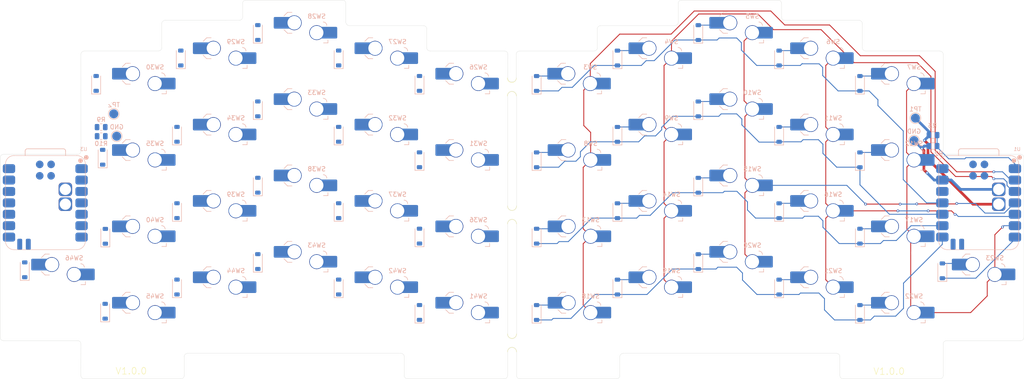
<source format=kicad_pcb>
(kicad_pcb (version 20241229) (generator "pcbnew") (generator_version "9.0")
  (layers (0 "F.Cu" signal) (2 "B.Cu" signal) (13 "F.Paste" user) (15 "B.Paste" user) (5 "F.SilkS" user "F.Silkscreen") (7 "B.SilkS" user "B.Silkscreen") (1 "F.Mask" user) (3 "B.Mask" user) (25 "Edge.Cuts" user))
  (net 0 "")
  (net 1 "GND")
  (net 2 "/right/ROW0")
  (net 3 "Net-(D44-A)")
  (net 4 "Net-(D45-A)")
  (net 5 "Net-(D46-A)")
  (net 6 "Net-(D47-A)")
  (net 7 "Net-(D48-A)")
  (net 8 "/right/ROW1")
  (net 9 "Net-(D49-A)")
  (net 10 "Net-(D50-A)")
  (net 11 "Net-(D51-A)")
  (net 12 "Net-(D52-A)")
  (net 13 "Net-(D53-A)")
  (net 14 "/right/ROW2")
  (net 15 "Net-(D54-A)")
  (net 16 "Net-(D55-A)")
  (net 17 "Net-(D56-A)")
  (net 18 "Net-(D57-A)")
  (net 19 "Net-(D58-A)")
  (net 20 "Net-(D59-A)")
  (net 21 "/right/ROW3")
  (net 22 "Net-(D60-A)")
  (net 23 "Net-(D61-A)")
  (net 24 "Net-(D62-A)")
  (net 25 "Net-(D63-A)")
  (net 26 "Net-(D64-A)")
  (net 27 "/right/ROW4")
  (net 28 "/right/BT_PIN")
  (net 29 "/right/COL0")
  (net 30 "/right/COL1")
  (net 31 "/right/COL2")
  (net 32 "/right/COL3")
  (net 33 "/right/COL4")
  (net 34 "/right/VBAT")
  (net 35 "/left/VBAT")
  (net 36 "/left/ROW0")
  (net 37 "Net-(D2-A)")
  (net 38 "Net-(D3-A)")
  (net 39 "Net-(D4-A)")
  (net 40 "Net-(D5-A)")
  (net 41 "Net-(D6-A)")
  (net 42 "Net-(D7-A)")
  (net 43 "/left/ROW1")
  (net 44 "Net-(D8-A)")
  (net 45 "Net-(D9-A)")
  (net 46 "Net-(D10-A)")
  (net 47 "Net-(D11-A)")
  (net 48 "/left/ROW2")
  (net 49 "Net-(D12-A)")
  (net 50 "Net-(D13-A)")
  (net 51 "Net-(D14-A)")
  (net 52 "Net-(D15-A)")
  (net 53 "Net-(D16-A)")
  (net 54 "/left/ROW3")
  (net 55 "Net-(D17-A)")
  (net 56 "Net-(D18-A)")
  (net 57 "Net-(D19-A)")
  (net 58 "Net-(D20-A)")
  (net 59 "Net-(D21-A)")
  (net 60 "Net-(D22-A)")
  (net 61 "/left/ROW4")
  (net 62 "/left/BT_PIN")
  (net 63 "/left/COL0")
  (net 64 "/left/COL1")
  (net 65 "/left/COL2")
  (net 66 "/left/COL3")
  (net 67 "/left/COL4")
  (footprint "panelization:mouse-bite-2mm-slot" (layer "F.Cu") (at 144.78 101.708362 90)
    (property "Reference" "BO3" (hide yes))
    (property "Value" "break off" (hide yes))
  )
  (footprint "MountingHole:MountingHole_2mm" (layer "F.Cu") (at 69.295 79.038662)
    (property "Reference" "H6" (hide yes))
    (property "Value" "MountingHole")
  )
  (footprint "MountingHole:MountingHole_2mm" (layer "F.Cu") (at 123.275 79.038662)
    (property "Reference" "H7" (hide yes))
    (property "Value" "MountingHole")
  )
  (footprint "MountingHole:MountingHole_2mm" (layer "F.Cu") (at 69.295 113.028662)
    (property "Reference" "H10" (hide yes))
    (property "Value" "MountingHole")
  )
  (footprint "MountingHole:MountingHole_2mm" (layer "F.Cu") (at 105.285 90.378662)
    (property "Reference" "H9" (hide yes))
    (property "Value" "MountingHole")
  )
  (footprint "panelization:mouse-bite-2mm-slot" (layer "F.Cu") (at 144.74 73.206662 90)
    (property "Reference" "BO1" (hide yes))
    (property "Value" "break off" (hide yes))
  )
  (footprint "panelization:mouse-bite-2mm-slot" (layer "F.Cu") (at 144.78 130.201662 90)
    (property "Reference" "BO2" (hide yes))
    (property "Value" "break off" (hide yes))
  )
  (footprint "MountingHole:MountingHole_2mm" (layer "F.Cu") (at 123.275 113.048662)
    (property "Reference" "H8" (hide yes))
    (property "Value" "MountingHole")
  )
  (footprint "PCM_marbastlib-choc:SW_choc_v1_HS_CPG135001S30_1u" (layer "B.Cu") (at 132.285 93.2053)
    (property "Reference" "SW31")
    (property "Value" "SW_Push")
  )
  (footprint "PCM_marbastlib-choc:SW_choc_v1_HS_CPG135001S30_1u" (layer "B.Cu") (at 60.285 76.2053)
    (property "Reference" "SW30")
    (property "Value" "SW_Push")
  )
  (footprint "TestPoint:TestPoint_Pad_D2.0mm" (layer "B.Cu") (at 56.1 79.2 180)
    (property "Reference" "TP2")
    (property "Value" "BAT")
  )
  (footprint "TestPoint:TestPoint_Pad_D2.0mm" (layer "B.Cu") (at 234.6 80.15 180)
    (property "Reference" "TP1")
    (property "Value" "BAT")
  )
  (footprint "Diode_SMD:D_SOD-123" (layer "B.Cu") (at 168.25 117.7666 90)
    (property "Reference" "D18" (hide yes))
    (property "Value" "1N5819")
  )
  (footprint "PCM_marbastlib-choc:SW_choc_v1_HS_CPG135001S30_1u" (layer "B.Cu") (at 60.285 110.2053)
    (property "Reference" "SW40")
    (property "Value" "SW_Push")
  )
  (footprint "PCM_marbastlib-choc:SW_choc_v1_HS_CPG135001S30_1u" (layer "B.Cu") (at 229.285 127.204976)
    (property "Reference" "SW22")
    (property "Value" "SW_Push")
  )
  (footprint "PCM_marbastlib-choc:SW_choc_v1_HS_CPG135001S30_1u" (layer "B.Cu") (at 157.208348 76.204976)
    (property "Reference" "SW3")
    (property "Value" "SW_Push")
  )
  (footprint "PCM_marbastlib-choc:SW_choc_v1_HS_CPG135001S30_1u" (layer "B.Cu") (at 60.285 127.2053)
    (property "Reference" "SW45")
    (property "Value" "SW_Push")
  )
  (footprint "Diode_SMD:D_SOD-123" (layer "B.Cu") (at 168.25 100.7666 90)
    (property "Reference" "D13" (hide yes))
    (property "Value" "1N5819")
  )
  (footprint "PCM_marbastlib-choc:SW_choc_v1_HS_CPG135001S30_1u" (layer "B.Cu") (at 114.285 70.5386)
    (property "Reference" "SW27")
    (property "Value" "SW_Push")
  )
  (footprint "Diode_SMD:D_SOD-123" (layer "B.Cu") (at 204.25 83.7666 90)
    (property "Reference" "D10" (hide yes))
    (property "Value" "1N5819")
  )
  (footprint "Diode_SMD:D_SOD-123" (layer "B.Cu") (at 71.025 66.760336 90)
    (property "Reference" "D47" (hide yes))
    (property "Value" "1N5819")
  )
  (footprint "PCM_marbastlib-choc:SW_choc_v1_HS_CPG135001S30_1u" (layer "B.Cu") (at 78.285 104.5386)
    (property "Reference" "SW39")
    (property "Value" "SW_Push")
  )
  (footprint "Resistor_SMD:R_0805_2012Metric" (layer "B.Cu") (at 53.297836 84.175)
    (property "Reference" "R10")
    (property "Value" "2M")
  )
  (footprint "MountingHole:MountingHole_2mm" (layer "B.Cu") (at 220.28 79.036662 180)
    (property "Reference" "H5" (hide yes))
    (property "Value" "MountingHole")
  )
  (footprint "PCM_marbastlib-choc:SW_choc_v1_HS_CPG135001S30_1u" (layer "B.Cu") (at 96.285 98.872)
    (property "Reference" "SW38")
    (property "Value" "SW_Push")
  )
  (footprint "Diode_SMD:D_SOD-123" (layer "B.Cu") (at 106.175 66.7536 90)
    (property "Reference" "D45" (hide yes))
    (property "Value" "1N5819")
  )
  (footprint "PCM_marbastlib-choc:SW_choc_v1_HS_CPG135001S30_1u" (layer "B.Cu") (at 229.285 110.204976)
    (property "Reference" "SW17")
    (property "Value" "SW_Push")
  )
  (footprint "PCM_marbastlib-choc:SW_choc_v1_HS_CPG135001S30_1u" (layer "B.Cu") (at 211.285 70.538376)
    (property "Reference" "SW6")
    (property "Value" "SW_Push")
  )
  (footprint "PCM_marbastlib-choc:SW_choc_v1_HS_CPG135001S30_1u" (layer "B.Cu") (at 175.285 87.538376)
    (property "Reference" "SW9")
    (property "Value" "SW_Push")
  )
  (footprint "Diode_SMD:D_SOD-123" (layer "B.Cu") (at 124.175 106.4203 90)
    (property "Reference" "D54" (hide yes))
    (property "Value" "1N5819")
  )
  (footprint "TestPoint:TestPoint_Pad_D2.0mm" (layer "B.Cu") (at 56.75 84.175)
    (property "Reference" "TP8" (hide yes))
    (property "Value" "GND")
  )
  (footprint "PCM_marbastlib-choc:SW_choc_v1_HS_CPG135001S30_1u" (layer "B.Cu") (at 193.285 81.871676)
    (property "Reference" "SW10")
    (property "Value" "SW_Push")
  )
  (footprint "PCM_marbastlib-choc:SW_choc_v1_HS_CPG135001S30_1u" (layer "B.Cu") (at 114.285 121.5386)
    (property "Reference" "SW42")
    (property "Value" "SW_Push")
  )
  (footprint "Resistor_SMD:R_0805_2012Metric" (layer "B.Cu") (at 53.2875 82.15 180)
    (property "Reference" "R9")
    (property "Value" "806k")
  )
  (footprint "Diode_SMD:D_SOD-123" (layer "B.Cu") (at 54.18 123.152 90)
    (property "Reference" "D63" (hide yes))
    (property "Value" "1N5819")
  )
  (footprint "Diode_SMD:D_SOD-123" (layer "B.Cu") (at 88.175 61.087 90)
    (property "Reference" "D46" (hide yes))
    (property "Value" "1N5819")
  )
  (footprint "PCM_marbastlib-choc:SW_choc_v1_HS_CPG135001S30_1u" (layer "B.Cu") (at 229.285 76.204976)
    (property "Reference" "SW7")
    (property "Value" "SW_Push")
  )
  (footprint "PCM_marbastlib-choc:SW_choc_v1_HS_CPG135001S30_1u" (layer "B.Cu") (at 211.285 104.538376)
    (property "Reference" "SW16")
    (property "Value" "SW_Push")
  )
  (footprint "Resistor_SMD:R_0805_2012Metric" (layer "B.Cu") (at 238.525 83.925)
    (property "Reference" "R2")
    (property "Value" "806k")
  )
  (footprint "Diode_SMD:D_SOD-123" (layer "B.Cu") (at 106.175 100.7536 90)
    (property "Reference" "D55" (hide yes))
    (property "Value" "1N5819")
  )
  (footprint "Diode_SMD:D_SOD-123" (layer "B.Cu") (at 88.175 95.087 90)
    (property "Reference" "D56" (hide yes))
    (property "Value" "1N5819")
  )
  (footprint "Diode_SMD:D_SOD-123" (layer "B.Cu") (at 186.25 61.1 90)
    (property "Reference" "D4" (hide yes))
    (property "Value" "1N5819")
  )
  (footprint "Diode_SMD:D_SOD-123" (layer "B.Cu") (at 53.625 88.860336 90)
    (property "Reference" "D53" (hide yes))
    (property "Value" "1N5819")
  )
  (footprint "PCM_marbastlib-choc:SW_choc_v1_HS_CPG135001S30_1u" (layer "B.Cu") (at 211.285 121.538376)
    (property "Reference" "SW21")
    (property "Value" "SW_Push")
  )
  (footprint "MountingHole:MountingHole_2mm" (layer "B.Cu") (at 166.325 113.086676 180)
    (property "Reference" "H4" (hide yes))
    (property "Value" "MountingHole")
  )
  (footprint "PCM_marbastlib-choc:SW_choc_v1_HS_CPG135001S30_1u" (layer "B.Cu") (at 96.285 115.872)
    (property "Reference" "SW43")
    (property "Value" "SW_Push")
  )
  (footprint "PCM_marbastlib-choc:SW_choc_v1_HS_CPG135001S30_1u" (layer "B.Cu") (at 193.285 64.871676)
    (property "Reference" "SW5")
    (property "Value" "SW_Push")
  )
  (footprint "Diode_SMD:D_SOD-123" (layer "B.Cu") (at 70.175 83.7536 90)
    (property "Reference" "D52" (hide yes))
    (property "Value" "1N5819")
  )
  (footprint "PCM_marbastlib-choc:SW_choc_v1_HS_CPG135001S30_1u" (layer "B.Cu") (at 78.285 87.5386)
    (property "Reference" "SW34")
    (property "Value" "SW_Push")
  )
  (footprint "Diode_SMD:D_SOD-123" (layer "B.Cu") (at 186.25 112.1 90)
    (property "Reference" "D19" (hide yes))
    (property "Value" "1N5819")
  )
  (footprint "Diode_SMD:D_SOD-123" (layer "B.Cu") (at 150.25 89.4333 90)
    (property "Reference" "D7" (hide yes))
    (property "Value" "1N5819")
  )
  (footprint "Diode_SMD:D_SOD-123" (layer "B.Cu") (at 150.25 123.4333 90)
    (property "Reference" "D17" (hide yes))
    (property "Value" "1N5819")
  )
  (footprint "Diode_SMD:D_SOD-123" (layer "B.Cu") (at 150.25 72.4333 90)
    (property "Reference" "D2" (hide yes))
    (property "Value" "1N5819")
  )
  (footprint "PCM_marbastlib-choc:SW_choc_v1_HS_CPG135001S30_1u" (layer "B.Cu") (at 157.285 110.204976)
    (property "Reference" "SW13")
    (property "Value" "SW_Push")
  )
  (footprint "Diode_SMD:D_SOD-123" (layer "B.Cu") (at 88.175 78.087 90)
    (property "Reference" "D51" (hide yes))
    (property "Value" "1N5819")
  )
  (footprint "Diode_SMD:D_SOD-123" (layer "B.Cu") (at 70.175 100.7536 90)
    (property "Reference" "D57" (hide yes))
    (property "Value" "1N5819")
  )
  (footprint "Diode_SMD:D_SOD-123" (layer "B.Cu") (at 222.25 106.4333 90)
    (property "Reference" "D16" (hide yes))
    (property "Value" "1N5819")
  )
  (footprint "Diode_SMD:D_SOD-123" (layer "B.Cu") (at 106.175 117.7536 90)
    (property "Reference" "D60" (hide yes))
    (property "Value" "1N5819")
  )
  (footprint "MountingHole:MountingHole_2mm" (layer "B.Cu") (at 184.29 90.366662 180)
    (property "Reference" "H2" (hide yes))
    (property "Value" "MountingHole")
  )
  (footprint "Diode_SMD:D_SOD-123" (layer "B.Cu") (at 240.6 114.15 90)
    (property "Reference" "D22" (hide yes))
    (property "Value" "1N5819")
  )
  (footprint "Diode_SMD:D_SOD-123" (layer "B.Cu") (at 124.175 123.4203 90)
    (property "Reference" "D59" (hide yes))
    (property "Value" "1N5819")
  )
  (footprint "PCM_marbastlib-choc:SW_choc_v1_HS_CPG135001S30_1u" (layer "B.Cu") (at 132.285 127.2053)
    (property "Reference" "SW41")
    (property "Value" "SW_Push")
  )
  (footprint "PCM_marbastlib-choc:SW_choc_v1_HS_CPG135001S30_1u" (layer "B.Cu") (at 157.285 127.204976)
    (property "Reference" "SW18")
    (property "Value" "SW_Push")
  )
  (footprint "PCM_marbastlib-choc:SW_choc_v1_HS_CPG135001S30_1u" (layer "B.Cu") (at 132.285 76.2053)
    (property "Reference" "SW26")
    (property "Value" "SW_Push")
  )
  (footprint "PCM_marbastlib-choc:SW_choc_v1_HS_CPG135001S30_1u" (layer "B.Cu") (at 78.285 121.5386)
    (property "Reference" "SW44")
    (property "Value" "SW_Push")
  )
  (footprint "PCM_marbastlib-choc:SW_choc_v1_HS_CPG135001S30_1u" (layer "B.Cu") (at 114.285 87.5386)
    (property "Reference" "SW32")
    (property "Value" "SW_Push")
  )
  (footprint "PCM_marbastlib-choc:SW_choc_v1_HS_CPG135001S30_1u" (layer "B.Cu") (at 96.285 81.872)
    (property "Reference" "SW33")
    (property "Value" "SW_Push")
  )
  (footprint "TestPoint:TestPoint_Pad_D2.0mm" (layer "B.Cu") (at 234.3 85.15)
    (property "Reference" "TP4" (hide yes))
    (property "Value" "GND")
  )
  (footprint "Diode_SMD:D_SOD-123" (layer "B.Cu") (at 88.175 112.087 90)
    (property "Reference" "D61" (hide yes))
    (property "Value" "1N5819")
  )
  (footprint "PCM_marbastlib-choc:SW_choc_v1_HS_CPG135001S30_1u" (layer "B.Cu") (at 175.285 70.538376)
    (property "Reference" "SW4")
    (property "Value" "SW_Push")
  )
  (footprint "Diode_SMD:D_SOD-123" (layer "B.Cu") (at 106.175 83.7536 90)
    (property "Reference" "D50" (hide yes))
    (property "Value" "1N5819")
  )
  (footprint "Diode_SMD:D_SOD-123" (layer "B.Cu") (at 168.25 83.7666 90)
    (property "Reference" "D8" (hide yes))
    (property "Value" "1N5819")
  )
  (footprint "PCM_marbastlib-choc:SW_choc_v1_HS_CPG135001S30_1u" (layer "B.Cu") (at 114.285 104.5386)
    (property "Reference" "SW37")
    (property "Value" "SW_Push")
  )
  (footprint "Diode_SMD:D_SOD-123" (layer "B.Cu") (at 204.25 66.7666 90)
    (property "Reference" "D5" (hide yes))
    (property "Value" "1N5819")
  )
  (footprint "Diode_SMD:D_SOD-123" (layer "B.Cu") (at 186.25 78.1 90)
    (property "Reference" "D9" (hide yes))
    (property "Value" "1N5819")
  )
  (footprint "PCM_marbastlib-choc:SW_choc_v1_HS_CPG135001S30_1u" (layer "B.Cu") (at 247.285 118.698363)
    (property "Reference" "SW23")
    (property "Value" "SW_Push")
  )
  (footprint "Diode_SMD:D_SOD-123" (layer "B.Cu") (at 70.175 117.7536 90)
    (property "Reference" "D62" (hide yes))
    (property "Value" "1N5819")
  )
  (footprint "PCM_marbastlib-choc:SW_choc_v1_HS_CPG135001S30_1u" (layer "B.Cu") (at 157.285 93.204976)
    (property "Reference" "SW8")
    (property "Value" "SW_Push")
  )
  (footprint "Diode_SMD:D_SOD-123" (layer "B.Cu") (at 168.25 66.7666 90)
    (property "Reference" "D3" (hide yes))
    (property "Value" "1N5819")
  )
  (footprint "Diode_SMD:D_SOD-123" (layer "B.Cu") (at 222.25 72.4333 90)
    (property "Reference" "D6" (hide yes))
    (property "Value" "1N5819")
  )
  (footprint "PCM_marbastlib-choc:SW_choc_v1_HS_CPG135001S30_1u" (layer "B.Cu") (at 132.285 110.2053)
    (property "Reference" "SW36")
    (property "Value" "SW_Push")
  )
  (footprint "Resistor_SMD:R_0805_2012Metric" (layer "B.Cu") (at 238.525 86.365 180)
    (property "Reference" "R3")
    (property "Value" "2M")
  )
  (footprint "PCM_marbastlib-choc:SW_choc_v1_HS_CPG135001S30_1u" (layer "B.Cu") (at 193.285 115.871676)
    (property "Reference" "SW20")
    (property "Value" "SW_Push")
  )
  (footprint "PCM_marbastlib-choc:SW_choc_v1_HS_CPG135001S30_1u" (layer "B.Cu") (at 229.285 93.204976)
    (property "Reference" "SW12")
    (property "Value" "SW_Push")
  )
  (footprint "Diode_SMD:D_SOD-123" (layer "B.Cu") (at 36.275 113.9203 90)
    (property "Reference" "D64" (hide yes))
    (property "Value" "1N5819")
  )
  (footprint "Diode_SMD:D_SOD-123" (layer "B.Cu") (at 124.175 89.4203 90)
    (property "Reference" "D49" (hide yes))
    (property "Value" "1N5819")
  )
  (footprint "Diode_SMD:D_SOD-123" (layer "B.Cu") (at 52.175 72.4203 90)
    (property "Reference" "D48" (hide yes))
    (property "Value" "1N5819")
  )
  (footprint "PCM_marbastlib-choc:SW_choc_v1_HS_CPG135001S30_1u" (layer "B.Cu") (at 42.285 118.7053)
    (property "Reference" "SW46")
    (property "Value" "SW_Push")
  )
  (footprint "PCM_marbastlib-choc:SW_choc_v1_HS_CPG135001S30_1u" (layer "B.Cu") (at 175.285 121.538376)
    (property "Reference" "SW19")
    (property "Value" "SW_Push")
  )
  (footprint "Diode_SMD:D_SOD-123" (layer "B.Cu") (at 204.25 117.7666 90)
    (property "Reference" "D20" (hide yes))
    (property "Value" "1N5819")
  )
  (footprint "Diode_SMD:D_SOD-123" (layer "B.Cu") (at 222.25 89.4333 90)
    (property "Reference" "D11" (hide yes))
    (property "Value" "1N5819")
  )
  (footprint "Diode_SMD:D_SOD-123" (layer "B.Cu") (at 54.225 106.460336 90)
    (property "Reference" "D58" (hide yes))
    (property "Value" "1N5819")
  )
  (footprint "PCM_marbastlib-choc:SW_choc_v1_HS_CPG135001S30_1u" (layer "B.Cu") (at 78.285 70.540362)
    (property "Reference" "SW29")
    (property "Value" "SW_Push")
  )
  (footprint "MountingHole:MountingHole_2mm" (layer "B.Cu") (at 220.28 113.026662 180)
    (property "Reference" "H3" (hide yes))
    (property "Value" "MountingHole")
  )
  (footprint "Diode_SMD:D_SOD-123" (layer "B.Cu") (at 186.25 95.1 90)
    (property "Reference" "D14" (hide yes))
    (property "Value" "1N5819")
  )
  (footprint "PCM_marbastlib-choc:SW_choc_v1_HS_CPG135001S30_1u" (layer "B.Cu") (at 175.285 104.538376)
    (property "Reference" "SW14")
    (property "Value" "SW_Push")
  )
  (footprint "Diode_SMD:D_SOD-123" (layer "B.Cu") (at 204.25 100.7666 90)
    (property "Reference" "D15" (hide yes))
    (property "Value" "1N5819")
  )
  (footprint "PCM_marbastlib-choc:SW_choc_v1_HS_CPG135001S30_1u" (layer "B.Cu") (at 60.285 93.2053)
    (property "Reference" "SW35")
    (property "Value" "SW_Push")
  )
  (footprint "PCM_marbastlib-choc:SW_choc_v1_HS_CPG135001S30_1u" (layer "B.Cu") (at 211.285 87.538376)
    (property "Reference" "SW11")
    (property "Value" "SW_Push")
  )
  (footprint "Diode_SMD:D_SOD-123" (layer "B.Cu") (at 150.25 106.4333 90)
    (property "Reference" "D12" (hide yes))
    (property "Value" "1N5819")
  )
  (footprint "mito-simplified:XIAO-nRF52840-SMD" (layer "B.Cu") (at 248.65 99.0185 180)
    (property "Reference" "U1")
    (property "Value" "XIAO-nRF52840-SMD")
  )
  (footprint "PCM_marbastlib-choc:SW_choc_v1_HS_CPG135001S30_1u" (layer "B.Cu") (at 193.285 98.871676)
    (property "Reference" "SW15")
    (property "Value" "SW_Push")
  )
  (footprint "Diode_SMD:D_SOD-123" (layer "B.Cu") (at 124.175 72.4203 90)
    (property "Reference" "D44" (hide yes))
    (property "Value" "1N5819")
  )
  (footprint "Diode_SMD:D_SOD-123" (layer "B.Cu") (at 222.25 123.4333 90)
    (property "Reference" "D21" (hide yes))
    (property "Value" "1N5819")
  )
  (footprint "PCM_marbastlib-choc:SW_choc_v1_HS_CPG135001S30_1u" (layer "B.Cu") (at 96.285 64.872)
    (property "Reference" "SW28")
    (property "Value" "SW_Push")
  )
  (footprint "mito-simplified:XIAO-nRF52840-SMD" (layer "B.Cu") (at 40.82 99.02 180)
    (property "Reference" "U3")
    (property "Value" "XIAO-nRF52840-SMD")
  )
  (footprint "MountingHole:MountingHole_2mm" (layer "B.Cu") (at 166.28 79.036662 180)
    (property "Reference" "H1" (hide yes))
    (property "Value" "MountingHole")
  )
  (gr_line (start 146.535113 138.205249) (end 168.035 138.205) (stroke (width 0.05)) (layer "Edge.Cuts"))
  (gr_arc (start 143.78533 75.186694) (mid 144.784984 74.186992) (end 145.78467 75.186662) (stroke (width 0.05)) (layer "Edge.Cuts"))
  (gr_line (start 143.785 137.455249) (end 143.785 132.176662) (stroke (width 0.05)) (layer "Edge.Cuts"))
  (gr_arc (start 168.785 133.288) (mid 169.00467 132.75767) (end 169.535 132.538) (stroke (width 0.05)) (layer "Edge.Cuts"))
  (gr_arc (start 145.708 65.955) (mid 145.92767 65.42467) (end 146.458 65.205) (stroke (width 0.05)) (layer "Edge.Cuts"))
  (gr_arc (start 218.535 138.205) (mid 218.00467 137.98533) (end 217.785 137.455) (stroke (width 0.05)) (layer "Edge.Cuts"))
  (gr_line (start 48.039118 129.7) (end 31.539878 129.7) (stroke (width 0.05)) (layer "Edge.Cuts"))
  (gr_line (start 145.785 137.455249) (end 145.785 132.176662) (stroke (width 0.05)) (layer "Edge.Cuts"))
  (gr_arc (start 120.035 132.538) (mid 120.56533 132.75767) (end 120.785 133.288) (stroke (width 0.05)) (layer "Edge.Cuts"))
  (gr_line (start 144.679551 72.092917) (end 144.880135 72.083122) (stroke (width 0.05)) (layer "Edge.Cuts"))
  (gr_arc (start 223.535455 65.2) (mid 223.005125 64.98033) (end 222.785455 64.45) (stroke (width 0.05)) (layer "Edge.Cuts"))
  (gr_line (start 126.535 65.205) (end 143.112 65.205) (stroke (width 0.05)) (layer "Edge.Cuts"))
  (gr_arc (start 30.795001 88.975455) (mid 31.014671 88.445125) (end 31.545001 88.225455) (stroke (width 0.05)) (layer "Edge.Cuts"))
  (gr_line (start 240.775 87.475) (end 240.784545 65.955455) (stroke (width 0.05)) (layer "Edge.Cuts"))
  (gr_arc (start 163.785 60.288333) (mid 164.00467 59.758003) (end 164.535 59.538333) (stroke (width 0.05)) (layer "Edge.Cuts"))
  (gr_line (start 241.524999 88.225455) (end 258.024999 88.225455) (stroke (width 0.05)) (layer "Edge.Cuts"))
  (gr_line (start 145.708 65.955) (end 145.710011 71.268021) (stroke (width 0.05)) (layer "Edge.Cuts"))
  (gr_line (start 67.534545 58.376) (end 84.035 58.381) (stroke (width 0.05)) (layer "Edge.Cuts"))
  (gr_line (start 71.785 137.455) (end 71.785 133.288) (stroke (width 0.05)) (layer "Edge.Cuts"))
  (gr_arc (start 126.535 65.205) (mid 126.00467 64.98533) (end 125.785 64.455) (stroke (width 0.05)) (layer "Edge.Cuts"))
  (gr_line (start 241.530882 129.7) (end 258.030122 129.7) (stroke (width 0.05)) (layer "Edge.Cuts"))
  (gr_line (start 240.034545 65.2) (end 223.535455 65.2) (stroke (width 0.05)) (layer "Edge.Cuts"))
  (gr_arc (start 145.785 128.251662) (mid 144.785 129.251662) (end 143.785 128.251662) (stroke (width 0.05)) (layer "Edge.Cuts"))
  (gr_line (start 217.785 137.455) (end 217.785 133.288) (stroke (width 0.05)) (layer "Edge.Cuts"))
  (gr_line (start 181.785001 54.611299) (end 181.785 58.788004) (stroke (width 0.05)) (layer "Edge.Cuts"))
  (gr_arc (start 217.035 132.538) (mid 217.56533 132.75767) (end 217.785 133.288) (stroke (width 0.05)) (layer "Edge.Cuts"))
  (gr_line (start 143.862 65.955) (end 143.859989 71.268021) (stroke (width 0.05)) (layer "Edge.Cuts"))
  (gr_arc (start 144.679551 72.092917) (mid 144.097573 71.852456) (end 143.854989 71.271359) (stroke (width 0.05)) (layer "Edge.Cuts"))
  (gr_line (start 85.535 53.871299) (end 107.045 53.871299) (stroke (width 0.05)) (layer "Edge.Cuts"))
  (gr_arc (start 84.785 57.631) (mid 84.56533 58.16133) (end 84.035 58.381) (stroke (width 0.05)) (layer "Edge.Cuts"))
  (gr_arc (start 48.785455 65.955455) (mid 49.004966 65.424833) (end 49.535455 65.205) (stroke (width 0.05)) (layer "Edge.Cuts"))
  (gr_arc (start 143.112 65.205) (mid 143.64233 65.42467) (end 143.862 65.955) (stroke (width 0.05)) (layer "Edge.Cuts"))
  (gr_line (start 163.035 65.205) (end 146.458 65.205) (stroke (width 0.05)) (layer "Edge.Cuts"))
  (gr_arc (start 240.780883 130.450882) (mid 241.000239 129.919976) (end 241.530882 129.7) (stroke (width 0.05)) (layer "Edge.Cuts"))
  (gr_arc (start 49.530882 138.205) (mid 49.00024 137.985018) (end 48.780883 137.454118) (stroke (width 0.05)) (layer "Edge.Cuts"))
  (gr_line (start 204.035 53.871299) (end 182.525 53.871299) (stroke (width 0.05)) (layer "Edge.Cuts"))
  (gr_arc (start 125.035 59.538333) (mid 125.56533 59.758003) (end 125.785 60.288333) (stroke (width 0.05)) (layer "Edge.Cuts"))
  (gr_line (start 204.785 57.631) (end 204.785 54.621299) (stroke (width 0.05)) (layer "Edge.Cuts"))
  (gr_line (start 125.785 60.288333) (end 125.785 64.455) (stroke (width 0.05)) (layer "Edge.Cuts"))
  (gr_line (start 49.535455 65.2) (end 66.034545 65.2) (stroke (width 0.05)) (layer "Edge.Cuts"))
  (gr_line (start 143.785 75.186662) (end 143.785 99.7284) (stroke (width 0.05)) (layer "Edge.Cuts"))
  (gr_line (start 143.785 128.251662) (end 143.785 103.678322) (stroke (width 0.05)) (layer "Edge.Cuts"))
  (gr_arc (start 240.789117 137.454118) (mid 240.569759 137.985018) (end 240.039118 138.205) (stroke (width 0.05)) (layer "Edge.Cuts"))
  (gr_line (start 48.780883 137.454118) (end 48.789117 130.450882) (stroke (width 0.05)) (layer "Edge.Cuts"))
  (gr_arc (start 222.035455 58.376) (mid 222.565785 58.59567) (end 222.785455 59.126) (stroke (width 0.05)) (layer "Edge.Cuts"))
  (gr_line (start 163.785 60.288333) (end 163.785 64.455) (stroke (width 0.05)) (layer "Edge.Cuts"))
  (gr_line (start 222.785455 64.45) (end 222.785455 59.126) (stroke (width 0.05)) (layer "Edge.Cuts"))
  (gr_line (start 240.789117 137.454118) (end 240.780883 130.450882) (stroke (width 0.05)) (layer "Edge.Cuts"))
  (gr_line (start 258.780122 128.950122) (end 258.774999 88.983806) (stroke (width 0.05)) (layer "Edge.Cuts"))
  (gr_arc (start 143.785 137.455249) (mid 143.56528 137.985608) (end 143.034887 138.205249) (stroke (width 0.05)) (layer "Edge.Cuts"))
  (gr_arc (start 145.710011 71.268021) (mid 145.466155 71.848076) (end 144.882474 72.083122) (stroke (width 0.05)) (layer "Edge.Cuts"))
  (gr_line (start 71.035 138.205) (end 49.530882 138.205) (stroke (width 0.05)) (layer "Edge.Cuts"))
  (gr_arc (start 146.535113 138.205249) (mid 146.004728 137.985616) (end 145.785 137.455249) (stroke (width 0.05)) (layer "Edge.Cuts"))
  (gr_line (start 143.034887 138.205249) (end 121.535 138.205) (stroke (width 0.05)) (layer "Edge.Cuts"))
  (gr_arc (start 205.535 58.381) (mid 205.00467 58.16133) (end 204.785 57.631) (stroke (width 0.05)) (layer "Edge.Cuts"))
  (gr_arc (start 181.785 54.611299) (mid 182.001741 54.088041) (end 182.525 53.871299) (stroke (width 0.05)) (layer "Edge.Cuts"))
  (gr_arc (start 66.784545 59.126) (mid 67.004215 58.59567) (end 67.534545 58.376) (stroke (width 0.05)) (layer "Edge.Cuts"))
  (gr_arc (start 48.039118 129.7) (mid 48.569763 129.919978) (end 48.789117 130.450882) (stroke (width 0.05)) (layer "Edge.Cuts"))
  (gr_line (start 120.035 132.538) (end 72.535 132.538) (stroke (width 0.05)) (layer "Edge.Cuts"))
  (gr_line (start 181.035 59.538333) (end 164.535 59.538333) (stroke (width 0.05)) (layer "Edge.Cuts"))
  (gr_arc (start 204.035 53.871299) (mid 204.56533 54.090969) (end 204.785 54.621299) (stroke (width 0.05)) (layer "Edge.Cuts"))
  (gr_arc (start 108.54033 59.543362) (mid 108.006221 59.322121) (end 107.785 58.788004) (stroke (width 0.05)) (layer "Edge.Cuts"))
  (gr_arc (start 71.785 133.288) (mid 72.00467 132.75767) (end 72.535 132.538) (stroke (width 0.05)) (layer "Edge.Cuts"))
  (gr_line (start 30.789878 128.950122) (end 30.795001 88.983806) (stroke (width 0.05)) (layer "Edge.Cuts"))
  (gr_arc (start 31.539878 129.7) (mid 31.009587 129.480378) (end 30.789878 128.950122) (stroke (width 0.05)) (layer "Edge.Cuts"))
  (gr_line (start 48.795 87.475) (end 48.785455 65.955455) (stroke (width 0.05)) (layer "Edge.Cuts"))
  (gr_line (start 108.535 59.538333) (end 125.035 59.538333) (stroke (width 0.05)) (layer "Edge.Cuts"))
  (gr_arc (start 143.785 132.176662) (mid 144.785 131.176662) (end 145.785 132.176662) (stroke (width 0.05)) (layer "Edge.Cuts"))
  (gr_line (start 222.035455 58.376) (end 205.535 58.381) (stroke (width 0.05)) (layer "Edge.Cuts"))
  (gr_arc (start 48.795001 87.475) (mid 48.575463 88.005595) (end 48.045001 88.225455) (stroke (width 0.05)) (layer "Edge.Cuts"))
  (gr_line (start 168.785 137.455) (end 168.785 133.295) (stroke (width 0.05)) (layer "Edge.Cuts"))
  (gr_line (start 169.535 132.538) (end 217.035 132.538) (stroke (width 0.05)) (layer "Edge.Cuts"))
  (gr_arc (start 145.785 99.7284) (mid 144.785 100.7284) (end 143.785 99.7284) (stroke (width 0.05)) (layer "Edge.Cuts"))
  (gr_arc (start 71.785 137.455) (mid 71.56533 137.98533) (end 71.035 138.205) (stroke (width 0.05)) (layer "Edge.Cuts"))
  (gr_line (start 66.784545 64.45) (end 66.784545 59.126) (stroke (width 0.05)) (layer "Edge.Cuts"))
  (gr_arc (start 241.524999 88.225455) (mid 240.994537 88.005595) (end 240.774999 87.475) (stroke (width 0.05)) (layer "Edge.Cuts"))
  (gr_line (start 145.785 75.186662) (end 145.785 99.7284) (stroke (width 0.05)) (layer "Edge.Cuts"))
  (gr_line (start 107.784999 54.611299) (end 107.785 58.788004) (stroke (width 0.05)) (layer "Edge.Cuts"))
  (gr_arc (start 258.780122 128.950122) (mid 258.56041 129.480381) (end 258.030122 129.7) (stroke (width 0.05)) (layer "Edge.Cuts"))
  (gr_arc (start 143.785075 103.678324) (mid 144.785075 102.678324) (end 145.785075 103.678324) (stroke (width 0.05)) (layer "Edge.Cuts"))
  (gr_arc (start 181.785 58.788004) (mid 181.563779 59.322121) (end 181.02967 59.543362) (stroke (width 0.05)) (layer "Edge.Cuts"))
  (gr_line (start 120.785 137.455) (end 120.785 133.295) (stroke (width 0.05)) (layer "Edge.Cuts"))
  (gr_line (start 84.785 57.631) (end 84.785 54.621299) (stroke (width 0.05)) (layer "Edge.Cuts"))
  (gr_arc (start 163.785 64.455) (mid 163.56533 64.98533) (end 163.035 65.205) (stroke (width 0.05)) (layer "Edge.Cuts"))
  (gr_arc (start 168.785 137.455) (mid 168.56533 137.98533) (end 168.035 138.205) (stroke (width 0.05)) (layer "Edge.Cuts"))
  (gr_line (start 145.785 128.251662) (end 145.785 103.678322) (stroke (width 0.05)) (layer "Edge.Cuts"))
  (gr_line (start 48.045001 88.225455) (end 31.545001 88.225455) (stroke (width 0.05)) (layer "Edge.Cuts"))
  (gr_arc (start 258.024999 88.225455) (mid 258.555329 88.445125) (end 258.774999 88.975455) (stroke (width 0.05)) (layer "Edge.Cuts"))
  (gr_arc (start 84.785 54.621299) (mid 85.00467 54.090969) (end 85.535 53.871299) (stroke (width 0.05)) (layer "Edge.Cuts"))
  (gr_arc (start 107.045 53.871299) (mid 107.568258 54.088041) (end 107.785 54.611299) (stroke (width 0.05)) (layer "Edge.Cuts"))
  (gr_arc (start 121.535 138.205) (mid 121.00467 137.98533) (end 120.785 137.455) (stroke (width 0.05)) (layer "Edge.Cuts"))
  (gr_arc (start 66.784545 64.45) (mid 66.564875 64.98033) (end 66.034545 65.2) (stroke (width 0.05)) (layer "Edge.Cuts"))
  (gr_line (start 218.535 138.205) (end 240.039118 138.205) (stroke (width 0.05)) (layer "Edge.Cuts"))
  (gr_arc (start 240.034545 65.205) (mid 240.565042 65.424841) (end 240.784545 65.955455) (stroke (width 0.05)) (layer "Edge.Cuts"))
  (gr_text "V1.0.0" (at 225.17 137.416662 0) (layer "F.SilkS") (effects (font (size 1.5 1.5) (thickness 0.1)) (justify left bottom)))
  (gr_text "V1.0.0" (at 56.415 137.338662 0) (layer "F.SilkS") (effects (font (size 1.5 1.5) (thickness 0.1)) (justify left bottom)))
  (segment (start 236.5 91.65) (end 236.5 87.35) (width 0.6) (layer "F.Cu") (net 1))
  (segment (start 236.5 87.35) (end 236.05 86.9) (width 0.6) (layer "F.Cu") (net 1))
  (segment (start 237.2 92.35) (end 236.5 91.65) (width 0.6) (layer "F.Cu") (net 1))
  (via (at 237.2 92.35) (size 0.6) (drill 0.3) (layers "F.Cu" "B.Cu") (net 1))
  (via (at 236.05 86.9) (size 0.6) (drill 0.3) (layers "F.Cu" "B.Cu") (net 1))
  (segment (start 236.05 86.9) (end 234.3 85.15) (width 0.6) (layer "B.Cu") (net 1))
  (segment (start 240.595 93.9385) (end 238.7885 93.9385) (width 0.6) (layer "B.Cu") (net 1))
  (segment (start 238.7885 93.9385) (end 237.2 92.35) (width 0.6) (layer "B.Cu") (net 1))
  (segment (start 237.6125 86.365) (end 236.585 86.365) (width 0.6) (layer "B.Cu") (net 1))
  (segment (start 244.6685 96.0185) (end 253.15 96.0185) (width 0.6) (layer "B.Cu") (net 1))
  (segment (start 240.595 93.9385) (end 242.5885 93.9385) (width 0.6) (layer "B.Cu") (net 1))
  (segment (start 236.585 86.365) (end 236.05 86.9) (width 0.6) (layer "B.Cu") (net 1))
  (segment (start 242.5885 93.9385) (end 244.6685 96.0185) (width 0.6) (layer "B.Cu") (net 1))
  (segment (start 236.6 85.1) (end 237.4 85.9) (width 0.6) (layer "F.Cu") (net 35))
  (segment (start 237.4 89.3) (end 247.4185 99.3185) (width 0.6) (layer "F.Cu") (net 35))
  (segment (start 247.4185 99.3185) (end 253.15 99.3185) (width 0.6) (layer "F.Cu") (net 35))
  (segment (start 237.4 85.9) (end 237.4 89.3) (width 0.6) (layer "F.Cu") (net 35))
  (via (at 236.6 85.1) (size 0.6) (drill 0.3) (layers "F.Cu" "B.Cu") (net 35))
  (segment (start 237.6125 83.1625) (end 234.6 80.15) (width 0.6) (layer "B.Cu") (net 35))
  (segment (start 237.6125 83.925) (end 237.6125 83.1625) (width 0.6) (layer "B.Cu") (net 35))
  (segment (start 237.6125 83.925) (end 237.6125 84.0875) (width 0.6) (layer "B.Cu") (net 35))
  (segment (start 237.6125 84.0875) (end 236.6 85.1) (width 0.6) (layer "B.Cu") (net 35))
  (segment (start 176.45 67.35) (end 181.05 62.75) (width 0.2) (layer "B.Cu") (net 36))
  (segment (start 186.25 62.75) (end 190.45 62.75) (width 0.2) (layer "B.Cu") (net 36))
  (segment (start 190.45 62.75) (end 190.9 62.3) (width 0.2) (layer "B.Cu") (net 36))
  (segment (start 209.45 68.05) (end 213.15 68.05) (width 0.2) (layer "B.Cu") (net 36))
  (segment (start 213.15 68.05) (end 213.95 68.85) (width 0.2) (layer "B.Cu") (net 36))
  (segment (start 240.595 99.0185) (end 237.0685 99.0185) (width 0.2) (layer "B.Cu") (net 36))
  (segment (start 195.85 63.35) (end 195.85 65) (width 0.2) (layer "B.Cu") (net 36))
  (segment (start 150.25 74.0833) (end 155.1167 74.0833) (width 0.2) (layer "B.Cu") (net 36))
  (segment (start 208.9834 68.4166) (end 209.4 68) (width 0.2) (layer "B.Cu") (net 36))
  (segment (start 195.85 65) (end 199.2666 68.4166) (width 0.2) (layer "B.Cu") (net 36))
  (segment (start 163.0834 68.4166) (end 168.25 68.4166) (width 0.2) (layer "B.Cu") (net 36))
  (segment (start 155.9 73.3) (end 158.2 73.3) (width 0.2) (layer "B.Cu") (net 36))
  (segment (start 226.25 77.35) (end 226.25 76.05) (width 0.2) (layer "B.Cu") (net 36))
  (segment (start 209.4 68) (end 209.45 68.05) (width 0.2) (layer "B.Cu") (net 36))
  (segment (start 173.5834 68.4166) (end 174.65 67.35) (width 0.2) (layer "B.Cu") (net 36))
  (segment (start 168.25 68.4166) (end 173.5834 68.4166) (width 0.2) (layer "B.Cu") (net 36))
  (segment (start 213.95 70.65) (end 217.3833 74.0833) (width 0.2) (layer "B.Cu") (net 36))
  (segment (start 231.9 93.85) (end 231.9 83) (width 0.2) (layer "B.Cu") (net 36))
  (segment (start 199.2666 68.4166) (end 204.25 68.4166) (width 0.2) (layer "B.Cu") (net 36))
  (segment (start 181.05 62.75) (end 186.25 62.75) (width 0.2) (layer "B.Cu") (net 36))
  (segment (start 217.3833 74.0833) (end 222.25 74.0833) (width 0.2) (layer "B.Cu") (net 36))
  (segment (start 237.0685 99.0185) (end 231.9 93.85) (width 0.2) (layer "B.Cu") (net 36))
  (segment (start 158.2 73.3) (end 163.0834 68.4166) (width 0.2) (layer "B.Cu") (net 36))
  (segment (start 155.1167 74.0833) (end 155.9 73.3) (width 0.2) (layer "B.Cu") (net 36))
  (segment (start 213.95 68.85) (end 213.95 70.65) (width 0.2) (layer "B.Cu") (net 36))
  (segment (start 231.9 83) (end 226.25 77.35) (width 0.2) (layer "B.Cu") (net 36))
  (segment (start 226.25 76.05) (end 224.2833 74.0833) (width 0.2) (layer "B.Cu") (net 36))
  (segment (start 190.9 62.3) (end 194.8 62.3) (width 0.2) (layer "B.Cu") (net 36))
  (segment (start 174.65 67.35) (end 176.45 67.35) (width 0.2) (layer "B.Cu") (net 36))
  (segment (start 194.8 62.3) (end 195.85 63.35) (width 0.2) (layer "B.Cu") (net 36))
  (segment (start 204.25 68.4166) (end 208.9834 68.4166) (width 0.2) (layer "B.Cu") (net 36))
  (segment (start 224.2833 74.0833) (end 222.25 74.0833) (width 0.2) (layer "B.Cu") (net 36))
  (segment (start 150.25 70.7833) (end 153.435024 70.7833) (width 0.2) (layer "B.Cu") (net 37))
  (segment (start 153.435024 70.7833) (end 153.963348 70.254976) (width 0.2) (layer "B.Cu") (net 37))
  (segment (start 168.25 65.1166) (end 171.511776 65.1166) (width 0.2) (layer "B.Cu") (net 38))
  (segment (start 171.511776 65.1166) (end 172.04 64.588376) (width 0.2) (layer "B.Cu") (net 38))
  (segment (start 189.511676 59.45) (end 190.04 58.921676) (width 0.2) (layer "B.Cu") (net 39))
  (segment (start 186.25 59.45) (end 189.511676 59.45) (width 0.2) (layer "B.Cu") (net 39))
  (segment (start 204.25 65.1166) (end 207.511776 65.1166) (width 0.2) (layer "B.Cu") (net 40))
  (segment (start 207.511776 65.1166) (end 208.04 64.588376) (width 0.2) (layer "B.Cu") (net 40))
  (segment (start 225.511676 70.7833) (end 226.04 70.254976) (width 0.2) (layer "B.Cu") (net 41))
  (segment (start 222.25 70.7833) (end 225.511676 70.7833) (width 0.2) (layer "B.Cu") (net 41))
  (segment (start 153.511676 87.7833) (end 154.04 87.254976) (width 0.2) (layer "B.Cu") (net 42))
  (segment (start 150.25 87.7833) (end 153.511676 87.7833) (width 0.2) (layer "B.Cu") (net 42))
  (segment (start 174.3 84.1) (end 176.75 84.1) (width 0.2) (layer "B.Cu") (net 43))
  (segment (start 217.0833 91.0833) (end 222.25 91.0833) (width 0.2) (layer "B.Cu") (net 43))
  (segment (start 204.1666 85.5) (end 204.25 85.4166) (width 0.2) (layer "B.Cu") (net 43))
  (segment (start 178.1 82.2) (end 180.55 79.75) (width 0.2) (layer "B.Cu") (net 43))
  (segment (start 194.8 79.2) (end 195.95 80.35) (width 0.2) (layer "B.Cu") (net 43))
  (segment (start 228.8085 101.5585) (end 222.25 95) (width 0.2) (layer "B.Cu") (net 43))
  (segment (start 214 85.95) (end 214 88) (width 0.2) (layer "B.Cu") (net 43))
  (segment (start 209.1334 85.4166) (end 209.6 84.95) (width 0.2) (layer "B.Cu") (net 43))
  (segment (start 186.25 79.75) (end 190.8 79.75) (width 0.2) (layer "B.Cu") (net 43))
  (segment (start 172.9834 85.4166) (end 174.3 84.1) (width 0.2) (layer "B.Cu") (net 43))
  (segment (start 214 88) (end 217.0833 91.0833) (width 0.2) (layer "B.Cu") (net 43))
  (segment (start 180.55 79.75) (end 186.25 79.75) (width 0.2) (layer "B.Cu") (net 43))
  (segment (start 240.595 101.5585) (end 228.8085 101.5585) (width 0.2) (layer "B.Cu") (net 43))
  (segment (start 176.75 84.1) (end 178.1 82.75) (width 0.2) (layer "B.Cu") (net 43))
  (segment (start 168.25 85.4166) (end 172.9834 85.4166) (width 0.2) (layer "B.Cu") (net 43))
  (segment (start 213 84.95) (end 214 85.95) (width 0.2) (layer "B.Cu") (net 43))
  (segment (start 190.8 79.75) (end 191.35 79.2) (width 0.2) (layer "B.Cu") (net 43))
  (segment (start 156.5 89.75) (end 159 89.75) (width 0.2) (layer "B.Cu") (net 43))
  (segment (start 150.25 91.0833) (end 155.1667 91.0833) (width 0.2) (layer "B.Cu") (net 43))
  (segment (start 160 87.65) (end 162.2334 85.4166) (width 0.2) (layer "B.Cu") (net 43))
  (segment (start 162.2334 85.4166) (end 168.25 85.4166) (width 0.2) (layer "B.Cu") (net 43))
  (segment (start 178.1 82.75) (end 178.1 82.2) (width 0.2) (layer "B.Cu") (net 43))
  (segment (start 155.1667 91.0833) (end 156.5 89.75) (width 0.2) (layer "B.Cu") (net 43))
  (segment (start 160 88.75) (end 160 87.65) (width 0.2) (layer "B.Cu") (net 43))
  (segment (start 199.8 85.5) (end 204.1666 85.5) (width 0.2) (layer "B.Cu") (net 43))
  (segment (start 204.25 85.4166) (end 209.1334 85.4166) (width 0.2) (layer "B.Cu") (net 43))
  (segment (start 195.95 81.65) (end 199.8 85.5) (width 0.2) (layer "B.Cu") (net 43))
  (segment (start 195.95 80.35) (end 195.95 81.65) (width 0.2) (layer "B.Cu") (net 43))
  (segment (start 159 89.75) (end 160 88.75) (width 0.2) (layer "B.Cu") (net 43))
  (segment (start 191.35 79.2) (end 194.8 79.2) (width 0.2) (layer "B.Cu") (net 43))
  (segment (start 209.6 84.95) (end 213 84.95) (width 0.2) (layer "B.Cu") (net 43))
  (segment (start 222.25 95) (end 222.25 91.0833) (width 0.2) (layer "B.Cu") (net 43))
  (segment (start 171.511776 82.1166) (end 172.04 81.588376) (width 0.2) (layer "B.Cu") (net 44))
  (segment (start 168.25 82.1166) (end 171.511776 82.1166) (width 0.2) (layer "B.Cu") (net 44))
  (segment (start 186.25 76.45) (end 189.511676 76.45) (width 0.2) (layer "B.Cu") (net 45))
  (segment (start 189.511676 76.45) (end 190.04 75.921676) (width 0.2) (layer "B.Cu") (net 45))
  (segment (start 207.511776 82.1166) (end 208.04 81.588376) (width 0.2) (layer "B.Cu") (net 46))
  (segment (start 204.25 82.1166) (end 207.511776 82.1166) (width 0.2) (layer "B.Cu") (net 46))
  (segment (start 222.25 87.7833) (end 225.511676 87.7833) (width 0.2) (layer "B.Cu") (net 47))
  (segment (start 225.511676 87.7833) (end 226.04 87.254976) (width 0.2) (layer "B.Cu") (net 47))
  (segment (start 175.55 101.8) (end 180.6 96.75) (width 0.2) (layer "B.Cu") (net 48))
  (segment (start 197.2 100.6) (end 199.0166 102.4166) (width 0.2) (layer "B.Cu") (net 48))
  (segment (start 173.15 101.8) (end 175.55 101.8) (width 0.2) (layer "B.Cu") (net 48))
  (segment (start 209.4834 102.4166) (end 209.9 102) (width 0.2) (layer "B.Cu") (net 48))
  (segment (start 217.6333 108.0833) (end 222.25 108.0833) (width 0.2) (layer "B.Cu") (net 48))
  (segment (start 209.9 102) (end 213 102) (width 0.2) (layer "B.Cu") (net 48))
  (segment (start 240.595 104.0985) (end 233.6515 104.0985) (width 0.2) (layer "B.Cu") (net 48))
  (segment (start 191.75 96.75) (end 192.050627 96.449373) (width 0.2) (layer "B.Cu") (net 48))
  (segment (start 230.35 107.4) (end 227.5 107.4) (width 0.2) (layer "B.Cu") (net 48))
  (segment (start 214 103) (end 214 104.45) (width 0.2) (layer "B.Cu") (net 48))
  (segment (start 172.5334 102.4166) (end 173.15 101.8) (width 0.2) (layer "B.Cu") (net 48))
  (segment (start 155.25 107.65) (end 157.3 107.65) (width 0.2) (layer "B.Cu") (net 48))
  (segment (start 150.25 108.0833) (end 154.8167 108.0833) (width 0.2) (layer "B.Cu") (net 48))
  (segment (start 233.6515 104.0985) (end 230.35 107.4) (width 0.2) (layer "B.Cu") (net 48))
  (segment (start 162.5334 102.4166) (end 168.25 102.4166) (width 0.2) (layer "B.Cu") (net 48))
  (segment (start 226.8167 108.0833) (end 222.25 108.0833) (width 0.2) (layer "B.Cu") (net 48))
  (segment (start 154.8167 108.0833) (end 155.25 107.65) (width 0.2) (layer "B.Cu") (net 48))
  (segment (start 214 104.45) (end 217.6333 108.0833) (width 0.2) (layer "B.Cu") (net 48))
  (segment (start 180.6 96.75) (end 186.25 96.75) (width 0.2) (layer "B.Cu") (net 48))
  (segment (start 157.3 107.65) (end 162.5334 102.4166) (width 0.2) (layer "B.Cu") (net 48))
  (segment (start 192.050627 96.449373) (end 194.849373 96.449373) (width 0.2) (layer "B.Cu") (net 48))
  (segment (start 168.25 102.4166) (end 172.5334 102.4166) (width 0.2) (layer "B.Cu") (net 48))
  (segment (start 186.25 96.75) (end 191.75 96.75) (width 0.2) (layer "B.Cu") (net 48))
  (segment (start 197.2 98.8) (end 197.2 100.6) (width 0.2) (layer "B.Cu") (net 48))
  (segment (start 204.25 102.4166) (end 209.4834 102.4166) (width 0.2) (layer "B.Cu") (net 48))
  (segment (start 194.849373 96.449373) (end 197.2 98.8) (width 0.2) (layer "B.Cu") (net 48))
  (segment (start 227.5 107.4) (end 226.8167 108.0833) (width 0.2) (layer "B.Cu") (net 48))
  (segment (start 213 102) (end 214 103) (width 0.2) (layer "B.Cu") (net 48))
  (segment (start 199.0166 102.4166) (end 204.25 102.4166) (width 0.2) (layer "B.Cu") (net 48))
  (segment (start 150.25 104.7833) (end 153.511676 104.7833) (width 0.2) (layer "B.Cu") (net 49))
  (segment (start 153.511676 104.7833) (end 154.04 104.254976) (width 0.2) (layer "B.Cu") (net 49))
  (segment (start 168.25 99.1166) (end 171.511776 99.1166) (width 0.2) (layer "B.Cu") (net 50))
  (segment (start 171.511776 99.1166) (end 172.04 98.588376) (width 0.2) (layer "B.Cu") (net 50))
  (segment (start 189.511676 93.45) (end 190.04 92.921676) (width 0.2) (layer "B.Cu") (net 51))
  (segment (start 186.25 93.45) (end 189.511676 93.45) (width 0.2) (layer "B.Cu") (net 51))
  (segment (start 204.25 99.1166) (end 207.511776 99.1166) (width 0.2) (layer "B.Cu") (net 52))
  (segment (start 207.511776 99.1166) (end 208.04 98.588376) (width 0.2) (layer "B.Cu") (net 52))
  (segment (start 222.25 104.7833) (end 225.511676 104.7833) (width 0.2) (layer "B.Cu") (net 53))
  (segment (start 225.511676 104.7833) (end 226.04 104.254976) (width 0.2) (layer "B.Cu") (net 53))
  (segment (start 230.2 124.25) (end 225.45 124.25) (width 0.2) (layer "B.Cu") (net 54))
  (segment (start 214.35 122.85) (end 216.5833 125.0833) (width 0.2) (layer "B.Cu") (net 54))
  (segment (start 174.8334 119.4166) (end 180.5 113.75) (width 0.2) (layer "B.Cu") (net 54))
  (segment (start 194.8 113.35) (end 196.1 114.65) (width 0.2) (layer "B.Cu") (net 54))
  (segment (start 163.2334 119.4166) (end 168.25 119.4166) (width 0.2) (layer "B.Cu") (net 54))
  (segment (start 196.1 116.2) (end 199.3166 119.4166) (width 0.2) (layer "B.Cu") (net 54))
  (segment (start 231.95 116.9) (end 231.95 122.5) (width 0.2) (layer "B.Cu") (net 54))
  (segment (start 199.3166 119.4166) (end 204.25 119.4166) (width 0.2) (layer "B.Cu") (net 54))
  (segment (start 225.45 124.25) (end 224.6167 125.0833) (width 0.2) (layer "B.Cu") (net 54))
  (segment (start 196.1 114.65) (end 196.1 116.2) (width 0.2) (layer "B.Cu") (net 54))
  (segment (start 216.5833 125.0833) (end 222.25 125.0833) (width 0.2) (layer "B.Cu") (net 54))
  (segment (start 190.2 113.75) (end 190.6 113.35) (width 0.2) (layer "B.Cu") (net 54))
  (segment (start 150.25 125.0833) (end 153.6167 125.0833) (width 0.2) (layer "B.Cu") (net 54))
  (segment (start 186.25 113.75) (end 190.2 113.75) (width 0.2) (layer "B.Cu") (net 54))
  (segment (start 157.9 124.75) (end 163.2334 119.4166) (width 0.2) (layer "B.Cu") (net 54))
  (segment (start 224.6167 125.0833) (end 222.25 125.0833) (width 0.2) (layer "B.Cu") (net 54))
  (segment (start 231.95 122.5) (end 230.2 124.25) (width 0.2) (layer "B.Cu") (net 54))
  (segment (start 240.595 106.6385) (end 240.595 108.255) (width 0.2) (layer "B.Cu") (net 54))
  (segment (start 208.6834 119.4166) (end 209 119.1) (width 0.2) (layer "B.Cu") (net 54))
  (segment (start 204.25 119.4166) (end 208.6834 119.4166) (width 0.2) (layer "B.Cu") (net 54))
  (segment (start 240.595 108.255) (end 231.95 116.9) (width 0.2) (layer "B.Cu") (net 54))
  (segment (start 190.6 113.35) (end 194.8 113.35) (width 0.2) (layer "B.Cu") (net 54))
  (segment (start 153.6167 125.0833) (end 153.95 124.75) (width 0.2) (layer "B.Cu") (net 54))
  (segment (start 153.95 124.75) (end 157.9 124.75) (width 0.2) (layer "B.Cu") (net 54))
  (segment (start 214.35 120.35) (end 214.35 122.85) (width 0.2) (layer "B.Cu") (net 54))
  (segment (start 180.5 113.75) (end 186.25 113.75) (width 0.2) (layer "B.Cu") (net 54))
  (segment (start 209 119.1) (end 213.1 119.1) (width 0.2) (layer "B.Cu") (net 54))
  (segment (start 168.25 119.4166) (end 174.8334 119.4166) (width 0.2) (layer "B.Cu") (net 54))
  (segment (start 213.1 119.1) (end 214.35 120.35) (width 0.2) (layer "B.Cu") (net 54))
  (segment (start 150.25 121.7833) (end 153.511676 121.7833) (width 0.2) (layer "B.Cu") (net 55))
  (segment (start 153.511676 121.7833) (end 154.04 121.254976) (width 0.2) (layer "B.Cu") (net 55))
  (segment (start 168.25 116.1166) (end 171.511776 116.1166) (width 0.2) (layer "B.Cu") (net 56))
  (segment (start 171.511776 116.1166) (end 172.04 115.588376) (width 0.2) (layer "B.Cu") (net 56))
  (segment (start 189.511676 110.45) (end 190.04 109.921676) (width 0.2) (layer "B.Cu") (net 57))
  (segment (start 186.25 110.45) (end 189.511676 110.45) (width 0.2) (layer "B.Cu") (net 57))
  (segment (start 207.511776 116.1166) (end 208.04 115.588376) (width 0.2) (layer "B.Cu") (net 58))
  (segment (start 204.25 116.1166) (end 207.511776 116.1166) (width 0.2) (layer "B.Cu") (net 58))
  (segment (start 222.25 121.7833) (end 225.511676 121.7833) (width 0.2) (layer "B.Cu") (net 59))
  (segment (start 225.511676 121.7833) (end 226.04 121.254976) (width 0.2) (layer "B.Cu") (net 59))
  (segment (start 243.791637 112.5) (end 244.04 112.748363) (width 0.2) (layer "B.Cu") (net 60))
  (segment (start 240.6 112.5) (end 243.791637 112.5) (width 0.2) (layer "B.Cu") (net 60))
  (segment (start 256.76 106.6385) (end 256.76 107.09) (width 0.2) (layer "B.Cu") (net 61))
  (segment (start 248.05 115.8) (end 240.6 115.8) (width 0.2) (layer "B.Cu") (net 61))
  (segment (start 256.76 107.09) (end 248.05 115.8) (width 0.2) (layer "B.Cu") (net 61))
  (segment (start 239.4375 86.365) (end 239.4375 83.925) (width 0.2) (layer "B.Cu") (net 62))
  (segment (start 245.6 89.2) (end 245.85 88.95) (width 0.2) (layer "B.Cu") (net 62))
  (segment (start 239.4375 86.626125) (end 242.011375 89.2) (width 0.2) (layer "B.Cu") (net 62))
  (segment (start 242.011375 89.2) (end 245.6 89.2) (width 0.2) (layer "B.Cu") (net 62))
  (segment (start 245.85 88.95) (end 255.35 88.95) (width 0.2) (layer "B.Cu") (net 62))
  (segment (start 255.35 88.95) (end 256.76 90.36) (width 0.2) (layer "B.Cu") (net 62))
  (segment (start 239.4375 86.365) (end 239.4375 86.626125) (width 0.2) (layer "B.Cu") (net 62))
  (segment (start 256.76 90.36) (end 256.76 91.3985) (width 0.2) (layer "B.Cu") (net 62))
  (segment (start 162.285 89.454976) (end 160.635 91.104976) (width 0.2) (layer "F.Cu") (net 63))
  (segment (start 205.5 59.4) (end 202.4 56.3) (width 0.2) (layer "F.Cu") (net 63))
  (segment (start 239 69.75) (end 235.5 66.25) (width 0.2) (layer "F.Cu") (net 63))
  (segment (start 215.48 59.4) (end 205.5 59.4) (width 0.2) (layer "F.Cu") (net 63))
  (segment (start 160.75 73.913324) (end 160.75 81.8) (width 0.2) (layer "F.Cu") (net 63))
  (segment (start 162.285 106.454976) (end 160.635 108.104976) (width 0.2) (layer "F.Cu") (net 63))
  (segment (start 162.208348 72.454976) (end 160.75 73.913324) (width 0.2) (layer "F.Cu") (net 63))
  (segment (start 222.33 66.25) (end 215.48 59.4) (width 0.2) (layer "F.Cu") (net 63))
  (segment (start 160.635 91.104976) (end 160.635 104.804976) (width 0.2) (layer "F.Cu") (net 63))
  (segment (start 162.285 83.335) (end 162.285 89.454976) (width 0.2) (layer "F.Cu") (net 63))
  (segment (start 243.8 92.1) (end 239 87.3) (width 0.2) (layer "F.Cu") (net 63))
  (segment (start 160.635 121.804976) (end 162.285 123.454976) (width 0.2) (layer "F.Cu") (net 63))
  (segment (start 160.635 108.104976) (end 160.635 121.804976) (width 0.2) (layer "F.Cu") (net 63))
  (segment (start 185.35 56.3) (end 180.2 61.45) (width 0.2) (layer "F.Cu") (net 63))
  (segment (start 180.2 61.45) (end 168.75 61.45) (width 0.2) (layer "F.Cu") (net 63))
  (segment (start 168.75 61.45) (end 162.208348 67.991652) (width 0.2) (layer "F.Cu") (net 63))
  (segment (start 235.5 66.25) (end 222.33 66.25) (width 0.2) (layer "F.Cu") (net 63))
  (segment (start 239 87.3) (end 239 69.75) (width 0.2) (layer "F.Cu") (net 63))
  (segment (start 160.635 104.804976) (end 162.285 106.454976) (width 0.2) (layer "F.Cu") (net 63))
  (segment (start 252.05 92.1) (end 243.8 92.1) (width 0.2) (layer "F.Cu") (net 63))
  (segment (start 162.208348 67.991652) (end 162.208348 72.454976) (width 0.2) (layer "F.Cu") (net 63))
  (segment (start 202.4 56.3) (end 185.35 56.3) (width 0.2) (layer "F.Cu") (net 63))
  (segment (start 160.75 81.8) (end 162.285 83.335) (width 0.2) (layer "F.Cu") (net 63))
  (via (at 252.05 92.1) (size 0.6) (drill 0.3) (layers "F.Cu" "B.Cu") (net 63))
  (segment (start 255.8385 93.9385) (end 256.76 93.9385) (width 0.2) (layer "B.Cu") (net 63))
  (segment (start 254 92.1) (end 255.8385 93.9385) (width 0.2) (layer "B.Cu") (net 63))
  (segment (start 252.05 92.1) (end 254 92.1) (width 0.2) (layer "B.Cu") (net 63))
  (segment (start 238.05 70.85) (end 235 67.8) (width 0.2) (layer "F.Cu") (net 64))
  (segment (start 251.55 93.15) (end 243.55 93.15) (width 0.2) (layer "F.Cu") (net 64))
  (segment (start 178.635 85.438376) (end 180.285 83.788376) (width 0.2) (layer "F.Cu") (net 64))
  (segment (start 180.285 63.015) (end 180.285 66.788376) (width 0.2) (layer "F.Cu") (net 64))
  (segment (start 243.55 93.15) (end 238.05 87.65) (width 0.2) (layer "F.Cu") (net 64))
  (segment (start 180.285 83.788376) (end 178.635 82.138376) (width 0.2) (layer "F.Cu") (net 64))
  (segment (start 235 67.8) (end 220.95 67.8) (width 0.2) (layer "F.Cu") (net 64))
  (segment (start 178.635 99.138376) (end 178.635 85.438376) (width 0.2) (layer "F.Cu") (net 64))
  (segment (start 178.635 116.138376) (end 178.635 102.438376) (width 0.2) (layer "F.Cu") (net 64))
  (segment (start 203 60.45) (end 199.5 56.95) (width 0.2) (layer "F.Cu") (net 64))
  (segment (start 178.635 102.438376) (end 180.285 100.788376) (width 0.2) (layer "F.Cu") (net 64))
  (segment (start 213.6 60.45) (end 203 60.45) (width 0.2) (layer "F.Cu") (net 64))
  (segment (start 180.285 100.788376) (end 178.635 99.138376) (width 0.2) (layer "F.Cu") (net 64))
  (segment (start 178.635 68.438376) (end 180.285 66.788376) (width 0.2) (layer "F.Cu") (net 64))
  (segment (start 180.285 117.788376) (end 178.635 116.138376) (width 0.2) (layer "F.Cu") (net 64))
  (segment (start 186.35 56.95) (end 180.285 63.015) (width 0.2) (layer "F.Cu") (net 64))
  (segment (start 238.05 87.65) (end 238.05 70.85) (width 0.2) (layer "F.Cu") (net 64))
  (segment (start 220.95 67.8) (end 213.6 60.45) (width 0.2) (layer "F.Cu") (net 64))
  (segment (start 178.635 82.138376) (end 178.635 68.438376) (width 0.2) (layer "F.Cu") (net 64))
  (segment (start 252.05 93.65) (end 251.55 93.15) (width 0.2) (layer "F.Cu") (net 64))
  (segment (start 199.5 56.95) (end 186.35 56.95) (width 0.2) (layer "F.Cu") (net 64))
  (via (at 252.05 93.65) (size 0.6) (drill 0.3) (layers "F.Cu" "B.Cu") (net 64))
  (segment (start 255 95.15) (end 255 94.4) (width 0.2) (layer "B.Cu") (net 64))
  (segment (start 256.76 96.4785) (end 256.3285 96.4785) (width 0.2) (layer "B.Cu") (net 64))
  (segment (start 256.3285 96.4785) (end 255 95.15) (width 0.2) (layer "B.Cu") (net 64))
  (segment (start 254.25 93.65) (end 252.05 93.65) (width 0.2) (layer "B.Cu") (net 64))
  (segment (start 255 94.4) (end 254.25 93.65) (width 0.2) (layer "B.Cu") (net 64))
  (segment (start 234.9 99.25) (end 243.7 99.25) (width 0.2) (layer "F.Cu") (net 65))
  (segment (start 198.285 95.121676) (end 196.635 96.771676) (width 0.2) (layer "F.Cu") (net 65))
  (segment (start 196.45 76.286676) (end 196.45 62.956676) (width 0.2) (layer "F.Cu") (net 65))
  (segment (start 196.635 110.471676) (end 198.285 112.121676) (width 0.2) (layer "F.Cu") (net 65))
  (segment (start 198.285 78.121676) (end 196.635 79.771676) (width 0.2) (layer "F.Cu") (net 65))
  (segment (start 223.5 99.3) (end 231.2 99.3) (width 0.2) (layer "F.Cu") (net 65))
  (segment (start 196.635 93.471676) (end 198.285 95.121676) (width 0.2) (layer "F.Cu") (net 65))
  (segment (start 196.635 79.771676) (end 196.635 93.471676) (width 0.2) (layer "F.Cu") (net 65))
  (segment (start 196.635 96.771676) (end 196.635 110.471676) (width 0.2) (layer "F.Cu") (net 65))
  (segment (start 243.7 99.25) (end 243.8 99.15) (width 0.2) (layer "F.Cu") (net 65))
  (segment (start 196.45 62.956676) (end 198.285 61.121676) (width 0.2) (layer "F.Cu") (net 65))
  (segment (start 198.285 78.121676) (end 196.45 76.286676) (width 0.2) (layer "F.Cu") (net 65))
  (via (at 223.5 99.3) (size 0.6) (drill 0.3) (layers "F.Cu" "B.Cu") (net 65))
  (via (at 231.2 99.3) (size 0.6) (drill 0.3) (layers "F.Cu" "B.Cu") (net 65))
  (via (at 243.8 99.15) (size 0.6) (drill 0.3) (layers "F.Cu" "B.Cu") (net 65))
  (via (at 234.9 99.25) (size 0.6) (drill 0.3) (layers "F.Cu" "B.Cu") (net 65))
  (segment (start 231.2 99.3) (end 234.85 99.3) (width 0.2) (layer "B.Cu") (net 65))
  (segment (start 256.6815 99.0185) (end 254.4 101.3) (width 0.2) (layer "B.Cu") (net 65))
  (segment (start 254.4 101.3) (end 250.1 101.3) (width 0.2) (layer "B.Cu") (net 65))
  (segment (start 247.95 99.15) (end 243.8 99.15) (width 0.2) (layer "B.Cu") (net 65))
  (segment (start 201.53 95.121676) (end 219.321676 95.121676) (width 0.2) (layer "B.Cu") (net 65))
  (segment (start 250.1 101.3) (end 247.95 99.15) (width 0.2) (layer "B.Cu") (net 65))
  (segment (start 256.76 99.0185) (end 256.6815 99.0185) (width 0.2) (layer "B.Cu") (net 65))
  (segment (start 234.85 99.3) (end 234.9 99.25) (width 0.2) (layer "B.Cu") (net 65))
  (segment (start 219.321676 95.121676) (end 223.5 99.3) (width 0.2) (layer "B.Cu") (net 65))
  (segment (start 230.7 100.8) (end 230.688376 100.788376) (width 0.2) (layer "F.Cu") (net 66))
  (segment (start 214.635 68.438376) (end 214.635 82.138376) (width 0.2) (layer "F.Cu") (net 66))
  (segment (start 214.635 82.138376) (end 216.285 83.788376) (width 0.2) (layer "F.Cu") (net 66))
  (segment (start 214.635 99.138376) (end 216.285 100.788376) (width 0.2) (layer "F.Cu") (net 66))
  (segment (start 214.635 116.138376) (end 216.285 117.788376) (width 0.2) (layer "F.Cu") (net 66))
  (segment (start 243.425 101.575) (end 242.65 100.8) (width 0.2) (layer "F.Cu") (net 66))
  (segment (start 216.285 66.788376) (end 214.635 68.438376) (width 0.2) (layer "F.Cu") (net 66))
  (segment (start 230.688376 100.788376) (end 216.285 100.788376) (width 0.2) (layer "F.Cu") (net 66))
  (segment (start 216.285 100.788376) (end 214.635 102.438376) (width 0.2) (layer "F.Cu") (net 66))
  (segment (start 214.635 85.438376) (end 214.635 99.138376) (width 0.2) (layer "F.Cu") (net 66))
  (segment (start 216.285 83.788376) (end 214.635 85.438376) (width 0.2) (layer "F.Cu") (net 66))
  (segment (start 214.635 102.438376) (end 214.635 116.138376) (width 0.2) (layer "F.Cu") (net 66))
  (segment (start 242.65 100.8) (end 237.45 100.8) (width 0.2) (layer "F.Cu") (net 66))
  (via (at 230.7 100.8) (size 0.6) (drill 0.3) (layers "F.Cu" "B.Cu") (net 66))
  (via (at 243.425 101.575) (size 0.6) (drill 0.3) (layers "F.Cu" "B.Cu") (net 66))
  (via (at 237.45 100.8) (size 0.6) (drill 0.3) (layers "F.Cu" "B.Cu") (net 66))
  (segment (start 256.2685 102.05) (end 256.76 101.5585) (width 0.2) (layer "B.Cu") (net 66))
  (segment (start 243.675 101.575) (end 244.15 102.05) (width 0.2) (layer "B.Cu") (net 66))
  (segment (start 243.425 101.575) (end 243.675 101.575) (width 0.2) (layer "B.Cu") (net 66))
  (segment (start 244.15 102.05) (end 256.2685 102.05) (width 0.2) (layer "B.Cu") (net 66))
  (segment (start 237.45 100.8) (end 230.7 100.8) (width 0.2) (layer "B.Cu") (net 66))
  (segment (start 233.55 122.719976) (end 234.285 123.454976) (width 0.2) (layer "F.Cu") (net 67))
  (segment (start 232.7 91.039976) (end 232.7 104.869976) (width 0.2) (layer "F.Cu") (net 67))
  (segment (start 233.55 107.189976) (end 233.55 122.719976) (width 0.2) (layer "F.Cu") (net 67))
  (segment (start 232.635 87.804976) (end 234.285 89.454976) (width 0.2) (layer "F.Cu") (net 67))
  (segment (start 250.6 119.75) (end 246.895024 123.454976) (width 0.2) (layer "F.Cu") (net 67))
  (segment (start 246.895024 123.454976) (end 234.285 123.454976) (width 0.2) (layer "F.Cu") (net 67))
  (segment (start 232.635 74.104976) (end 232.635 87.804976) (width 0.2) (layer "F.Cu") (net 67))
  (segment (start 252.285 114.948363) (end 250.6 116.633363) (width 0.2) (layer "F.Cu") (net 67))
  (segment (start 232.7 104.869976) (end 234.285 106.454976) (width 0.2) (layer "F.Cu") (net 67))
  (segment (start 234.285 106.454976) (end 233.55 107.189976) (width 0.2) (layer "F.Cu") (net 67))
  (segment (start 234.285 72.454976) (end 232.635 74.104976) (width 0.2) (layer "F.Cu") (net 67))
  (segment (start 250.6 116.633363) (end 250.6 119.75) (width 0.2) (layer "F.Cu") (net 67))
  (segment (start 234.285 89.454976) (end 232.7 91.039976) (width 0.2) (layer "F.Cu") (net 67))
  (segment (start 252.285 106.115) (end 254 104.4) (width 0.2) (layer "F.Cu") (net 67))
  (segment (start 252.285 114.948363) (end 252.285 106.115) (width 0.2) (layer "F.Cu") (net 67))
  (via (at 254 104.4) (size 0.6) (drill 0.3) (layers "F.Cu" "B.Cu") (net 67))
  (segment (start 254 104.4) (end 254.3015 104.0985) (width 0.2) (layer "B.Cu") (net 67))
  (segment (start 254.3015 104.0985) (end 256.76 104.0985) (width 0.2) (layer "B.Cu") (net 67))
)
</source>
